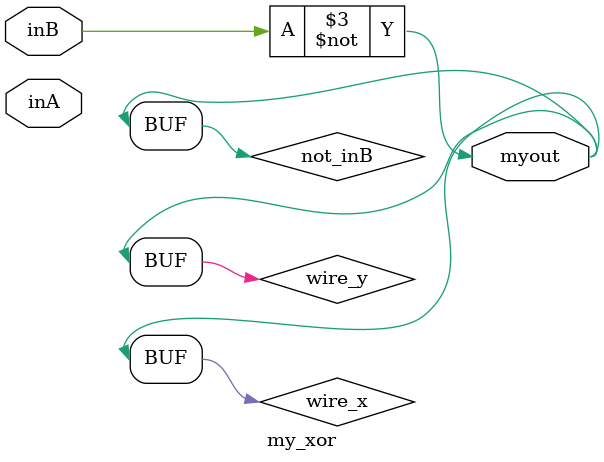
<source format=sv>
`timescale 1ns/1ns

module my_xor( output myout, input inA, input inB);
  wire wire_x, wire_y, not_inA, not_inB;
  and(wire_x,  not_inB);
  and(wire_y, not_inB);
  not(not_inA, inA);
  not(not_inB, inB);
  or(myout, wire_x, wire_y);
endmodule


</source>
